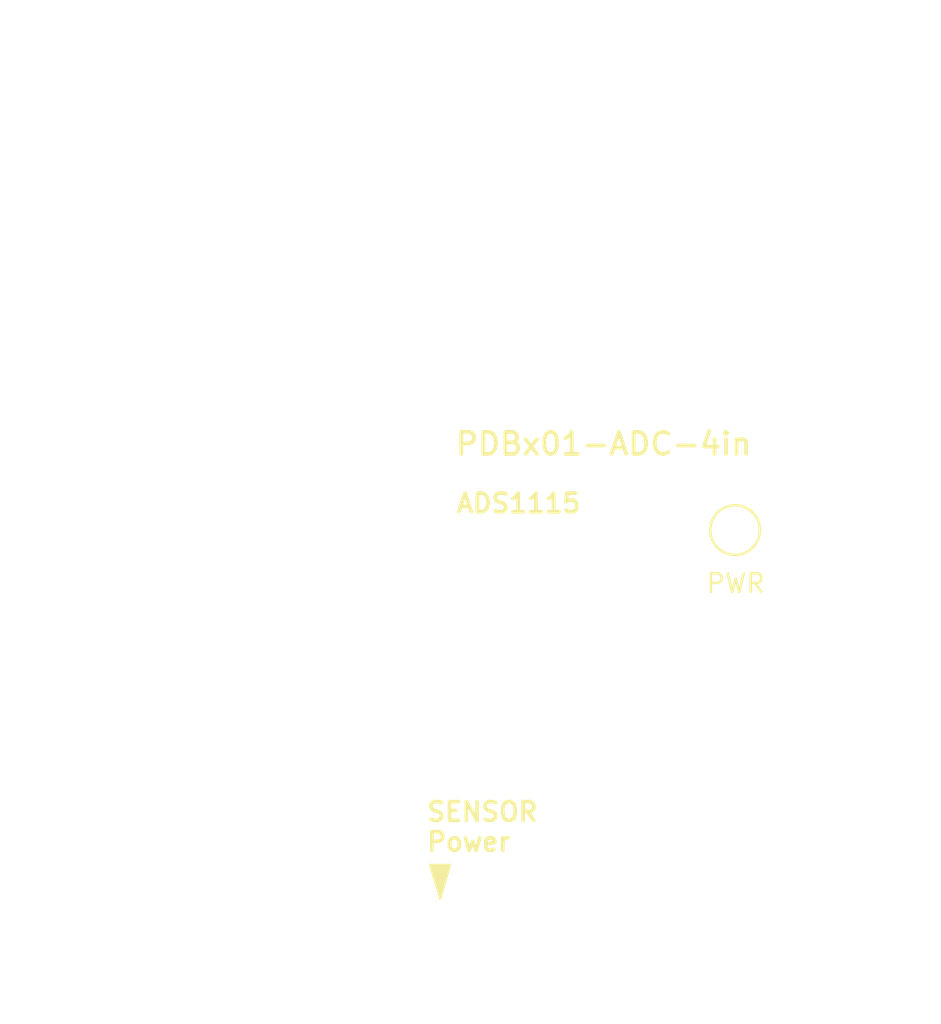
<source format=kicad_pcb>
(kicad_pcb
	(version 20241229)
	(generator "pcbnew")
	(generator_version "9.0")
	(general
		(thickness 1.6)
		(legacy_teardrops no)
	)
	(paper "A4")
	(layers
		(0 "F.Cu" signal)
		(2 "B.Cu" signal)
		(9 "F.Adhes" user "F.Adhesive")
		(11 "B.Adhes" user "B.Adhesive")
		(13 "F.Paste" user)
		(15 "B.Paste" user)
		(5 "F.SilkS" user "F.Silkscreen")
		(7 "B.SilkS" user "B.Silkscreen")
		(1 "F.Mask" user)
		(3 "B.Mask" user)
		(17 "Dwgs.User" user "User.Drawings")
		(19 "Cmts.User" user "User.Comments")
		(21 "Eco1.User" user "User.Eco1")
		(23 "Eco2.User" user "User.Eco2")
		(25 "Edge.Cuts" user)
		(27 "Margin" user)
		(31 "F.CrtYd" user "F.Courtyard")
		(29 "B.CrtYd" user "B.Courtyard")
		(35 "F.Fab" user)
		(33 "B.Fab" user)
		(39 "User.1" user)
		(41 "User.2" user)
		(43 "User.3" user)
		(45 "User.4" user)
	)
	(setup
		(pad_to_mask_clearance 0)
		(allow_soldermask_bridges_in_footprints no)
		(tenting front back)
		(pcbplotparams
			(layerselection 0x00000000_00000000_55555555_5755f5ff)
			(plot_on_all_layers_selection 0x00000000_00000000_00000000_00000000)
			(disableapertmacros no)
			(usegerberextensions no)
			(usegerberattributes yes)
			(usegerberadvancedattributes yes)
			(creategerberjobfile yes)
			(dashed_line_dash_ratio 12.000000)
			(dashed_line_gap_ratio 3.000000)
			(svgprecision 4)
			(plotframeref no)
			(mode 1)
			(useauxorigin no)
			(hpglpennumber 1)
			(hpglpenspeed 20)
			(hpglpendiameter 15.000000)
			(pdf_front_fp_property_popups yes)
			(pdf_back_fp_property_popups yes)
			(pdf_metadata yes)
			(pdf_single_document no)
			(dxfpolygonmode yes)
			(dxfimperialunits yes)
			(dxfusepcbnewfont yes)
			(psnegative no)
			(psa4output no)
			(plot_black_and_white yes)
			(sketchpadsonfab no)
			(plotpadnumbers no)
			(hidednponfab no)
			(sketchdnponfab yes)
			(crossoutdnponfab yes)
			(subtractmaskfromsilk no)
			(outputformat 1)
			(mirror no)
			(drillshape 1)
			(scaleselection 1)
			(outputdirectory "")
		)
	)
	(net 0 "")
	(gr_poly
		(pts
			(xy 75.76119 116.863153) (xy 76.525872 114.170753) (xy 75.560672 114.170753) (xy 74.951072 114.170753)
		)
		(stroke
			(width 0.2)
			(type solid)
		)
		(fill yes)
		(layer "F.SilkS")
		(uuid "0f3c891a-fbaf-4805-ba1f-56b638ca354d")
	)
	(gr_circle
		(center 99.5172 87.1866)
		(end 101.5172 87.1866)
		(stroke
			(width 0.2)
			(type solid)
		)
		(fill no)
		(layer "F.SilkS")
		(uuid "15af5d04-42f8-40c3-abb5-5e9c898adb7c")
	)
	(gr_line
		(start 99.4918 119.9896)
		(end 99.4918 82.5384)
		(stroke
			(width 0.1)
			(type solid)
		)
		(layer "User.2")
		(uuid "a9716f78-fda5-4c13-a26b-233b5e03a58c")
	)
	(gr_line
		(start 96.1898 87.212)
		(end 106.68 87.1866)
		(stroke
			(width 0.1)
			(type solid)
		)
		(layer "User.2")
		(uuid "f16c65ae-e912-4c93-8296-def9d2771118")
	)
	(gr_rect
		(start 72.5652 76.2)
		(end 104.5652 118.2)
		(stroke
			(width 0.1)
			(type solid)
		)
		(fill no)
		(layer "User.2")
		(uuid "f9e5bc84-af22-4de2-b80a-01d976a5b255")
	)
	(gr_rect
		(start 73.4984 77.179)
		(end 103.7174 117.3218)
		(stroke
			(width 0.1)
			(type solid)
		)
		(fill no)
		(layer "User.3")
		(uuid "8cf4a934-d713-4a39-90af-a607d4d4a6ef")
	)
	(gr_text "PDBx01-ADC-4in"
		(at 76.835 81.28 0)
		(layer "F.SilkS")
		(uuid "1e8d65f2-2cdd-4342-bddc-a7ed9c000aeb")
		(effects
			(font
				(size 1.778 1.778)
				(thickness 0.3)
			)
			(justify left bottom)
		)
	)
	(gr_text "PWR"
		(at 97.0788 92.3544 0)
		(layer "F.SilkS")
		(uuid "53f626cf-3b75-4cff-9487-4a32cb7fe942")
		(effects
			(font
				(size 1.5 1.5)
				(thickness 0.2)
				(bold yes)
			)
			(justify left bottom)
		)
	)
	(gr_text "ADS1115"
		(at 76.9112 85.9028 0)
		(layer "F.SilkS")
		(uuid "713f74ab-6f9e-4842-8962-4cfba0840945")
		(effects
			(font
				(size 1.5 1.5)
				(thickness 0.3)
				(bold yes)
			)
			(justify left bottom)
		)
	)
	(gr_text "SENSOR\nPower"
		(at 74.5236 113.1824 0)
		(layer "F.SilkS")
		(uuid "dddfe3de-ba89-4cc3-ac90-a5baffe161ce")
		(effects
			(font
				(size 1.5 1.5)
				(thickness 0.3)
				(bold yes)
			)
			(justify left bottom)
		)
	)
	(gr_text "d=2"
		(at 100.3046 88.8122 0)
		(layer "User.2")
		(uuid "61f47fd0-6be0-4d24-b289-a591031ad61d")
		(effects
			(font
				(size 1 1)
				(thickness 0.15)
			)
			(justify left bottom)
		)
	)
	(gr_text "c WMca25"
		(at 94.5642 116.1934 0)
		(layer "User.4")
		(uuid "20a5b18a-1ccd-4213-9b86-5fbee9ed7b82")
		(effects
			(font
				(size 1 1)
				(thickness 0.2)
				(bold yes)
			)
			(justify left bottom)
		)
	)
	(dimension
		(type aligned)
		(layer "User.2")
		(uuid "4c8baa90-a71f-43e9-acd4-d1ba48f213a6")
		(pts
			(xy 72.5652 76.2) (xy 72.5652 118.2)
		)
		(height 26.2102)
		(format
			(prefix "")
			(suffix "")
			(units 3)
			(units_format 1)
			(precision 4)
		)
		(style
			(thickness 0.1)
			(arrow_length 1.27)
			(text_position_mode 0)
			(arrow_direction outward)
			(extension_height 0.58642)
			(extension_offset 0.5)
			(keep_text_aligned yes)
		)
		(gr_text "42,0000 mm"
			(at 45.205 97.2 90)
			(layer "User.2")
			(uuid "4c8baa90-a71f-43e9-acd4-d1ba48f213a6")
			(effects
				(font
					(size 1 1)
					(thickness 0.15)
				)
			)
		)
	)
	(dimension
		(type orthogonal)
		(layer "User.2")
		(uuid "081c8bdc-fb4c-4b20-9165-adf49f6b3c76")
		(pts
			(xy 103.8444 117.525) (xy 104.5652 117.565)
		)
		(height 4.5866)
		(orientation 0)
		(format
			(prefix "")
			(suffix "")
			(units 3)
			(units_format 1)
			(precision 4)
		)
		(style
			(thickness 0.1)
			(arrow_length 1.27)
			(text_position_mode 2)
			(arrow_direction outward)
			(extension_height 0.58642)
			(extension_offset 0.5)
			(keep_text_aligned yes)
		)
		(gr_text "0,7208 mm"
			(at 111.6584 122.137 0)
			(layer "User.2")
			(uuid "081c8bdc-fb4c-4b20-9165-adf49f6b3c76")
			(effects
				(font
					(size 1 1)
					(thickness 0.15)
				)
			)
		)
	)
	(dimension
		(type orthogonal)
		(layer "User.2")
		(uuid "15f92509-2d60-45d2-a047-c8e5324e73f2")
		(pts
			(xy 72.5652 76.2) (xy 104.5652 76.2)
		)
		(height -29.7296)
		(orientation 0)
		(format
			(prefix "")
			(suffix "")
			(units 3)
			(units_format 1)
			(precision 4)
		)
		(style
			(thickness 0.1)
			(arrow_length 1.27)
			(text_position_mode 0)
			(arrow_direction outward)
			(extension_height 0.58642)
			(extension_offset 0.5)
			(keep_text_aligned yes)
		)
		(gr_text "32,0000 mm"
			(at 88.5652 45.3204 0)
			(layer "User.2")
			(uuid "15f92509-2d60-45d2-a047-c8e5324e73f2")
			(effects
				(font
					(size 1 1)
					(thickness 0.15)
				)
			)
		)
	)
	(dimension
		(type orthogonal)
		(layer "User.2")
		(uuid "53fe043a-ca62-46b7-b966-de0621668975")
		(pts
			(xy 106.045 76.2) (xy 105.7148 87.1866)
		)
		(height 3.175)
		(orientation 1)
		(format
			(prefix "")
			(suffix "")
			(units 3)
			(units_format 1)
			(precision 4)
			(override_value "11")
		)
		(style
			(thickness 0.1)
			(arrow_length 1.27)
			(text_position_mode 0)
			(arrow_direction outward)
			(extension_height 0.58642)
			(extension_offset 0.5)
			(keep_text_aligned yes)
		)
		(gr_text "11 mm"
			(at 108.07 81.6933 90)
			(layer "User.2")
			(uuid "53fe043a-ca62-46b7-b966-de0621668975")
			(effects
				(font
					(size 1 1)
					(thickness 0.15)
				)
			)
		)
	)
	(dimension
		(type orthogonal)
		(layer "User.2")
		(uuid "7c4b50de-6e11-4a7f-ad41-e73a535243bc")
		(pts
			(xy 72.5678 119.9896) (xy 99.4918 119.9896)
		)
		(height 6.3754)
		(orientation 0)
		(format
			(prefix "")
			(suffix "")
			(units 3)
			(units_format 1)
			(precision 4)
			(override_value "27")
		)
		(style
			(thickness 0.1)
			(arrow_length 1.27)
			(text_position_mode 2)
			(arrow_direction outward)
			(extension_height 0.58642)
			(extension_offset 0.5)
			(keep_text_aligned yes)
		)
		(gr_text "27 mm"
			(at 66.929 126.0856 0)
			(layer "User.2")
			(uuid "7c4b50de-6e11-4a7f-ad41-e73a535243bc")
			(effects
				(font
					(size 1 1)
					(thickness 0.15)
				)
			)
		)
	)
	(embedded_fonts no)
)

</source>
